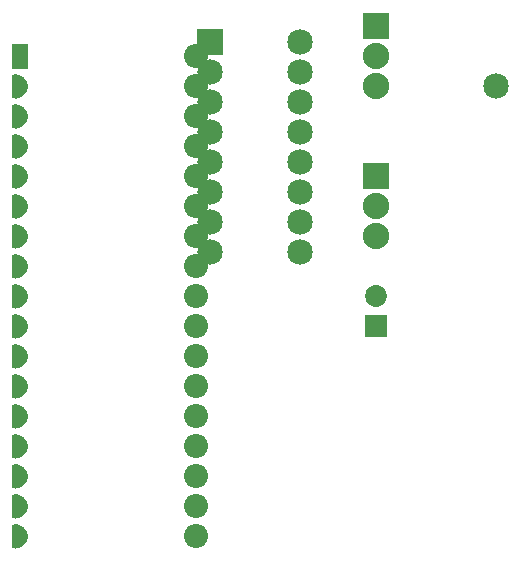
<source format=gbs>
G04 MADE WITH FRITZING*
G04 WWW.FRITZING.ORG*
G04 DOUBLE SIDED*
G04 HOLES PLATED*
G04 CONTOUR ON CENTER OF CONTOUR VECTOR*
%ASAXBY*%
%FSLAX23Y23*%
%MOIN*%
%OFA0B0*%
%SFA1.0B1.0*%
%ADD10C,0.072992*%
%ADD11C,0.085000*%
%ADD12C,0.088000*%
%ADD13C,0.080555*%
%ADD14C,0.080583*%
%ADD15R,0.072992X0.072992*%
%ADD16R,0.088000X0.088000*%
%ADD17R,0.085000X0.085000*%
%ADD18R,0.001000X0.001000*%
%LNMASK0*%
G90*
G70*
G54D10*
X1211Y1179D03*
X1211Y1278D03*
G54D11*
X1611Y1978D03*
G54D12*
X1211Y2178D03*
X1211Y2078D03*
X1211Y1978D03*
X1211Y1678D03*
X1211Y1578D03*
X1211Y1478D03*
G54D13*
X611Y2078D03*
X611Y1978D03*
X611Y1878D03*
X611Y1778D03*
X611Y1678D03*
X611Y1578D03*
X611Y1278D03*
G54D14*
X611Y1178D03*
G54D13*
X611Y1378D03*
X611Y1478D03*
G54D14*
X611Y1078D03*
X611Y978D03*
G54D13*
X611Y878D03*
X611Y778D03*
G54D14*
X611Y678D03*
X611Y578D03*
X611Y478D03*
G54D11*
X657Y2125D03*
X957Y2125D03*
X657Y2025D03*
X957Y2025D03*
X657Y1925D03*
X957Y1925D03*
X657Y1825D03*
X957Y1825D03*
X657Y1725D03*
X957Y1725D03*
X657Y1625D03*
X957Y1625D03*
X657Y1525D03*
X957Y1525D03*
X657Y1425D03*
X957Y1425D03*
G54D15*
X1211Y1179D03*
G54D16*
X1211Y2178D03*
X1211Y1678D03*
G54D17*
X657Y2125D03*
G54D18*
X0Y2118D02*
X50Y2118D01*
X0Y2117D02*
X50Y2117D01*
X0Y2116D02*
X50Y2116D01*
X0Y2115D02*
X50Y2115D01*
X0Y2114D02*
X50Y2114D01*
X0Y2113D02*
X50Y2113D01*
X0Y2112D02*
X50Y2112D01*
X0Y2111D02*
X50Y2111D01*
X0Y2110D02*
X50Y2110D01*
X0Y2109D02*
X50Y2109D01*
X0Y2108D02*
X50Y2108D01*
X0Y2107D02*
X50Y2107D01*
X0Y2106D02*
X50Y2106D01*
X0Y2105D02*
X50Y2105D01*
X0Y2104D02*
X50Y2104D01*
X0Y2103D02*
X50Y2103D01*
X0Y2102D02*
X50Y2102D01*
X0Y2101D02*
X50Y2101D01*
X0Y2100D02*
X50Y2100D01*
X0Y2099D02*
X50Y2099D01*
X0Y2098D02*
X50Y2098D01*
X0Y2097D02*
X50Y2097D01*
X0Y2096D02*
X50Y2096D01*
X0Y2095D02*
X50Y2095D01*
X0Y2094D02*
X50Y2094D01*
X0Y2093D02*
X50Y2093D01*
X0Y2092D02*
X50Y2092D01*
X0Y2091D02*
X50Y2091D01*
X0Y2090D02*
X50Y2090D01*
X0Y2089D02*
X50Y2089D01*
X0Y2088D02*
X50Y2088D01*
X0Y2087D02*
X50Y2087D01*
X0Y2086D02*
X50Y2086D01*
X0Y2085D02*
X50Y2085D01*
X0Y2084D02*
X50Y2084D01*
X0Y2083D02*
X50Y2083D01*
X0Y2082D02*
X50Y2082D01*
X0Y2081D02*
X50Y2081D01*
X0Y2080D02*
X50Y2080D01*
X0Y2079D02*
X50Y2079D01*
X0Y2078D02*
X50Y2078D01*
X0Y2077D02*
X50Y2077D01*
X0Y2076D02*
X50Y2076D01*
X0Y2075D02*
X50Y2075D01*
X0Y2074D02*
X50Y2074D01*
X0Y2073D02*
X50Y2073D01*
X0Y2072D02*
X50Y2072D01*
X0Y2071D02*
X50Y2071D01*
X0Y2070D02*
X50Y2070D01*
X0Y2069D02*
X50Y2069D01*
X0Y2068D02*
X50Y2068D01*
X0Y2067D02*
X50Y2067D01*
X0Y2066D02*
X50Y2066D01*
X0Y2065D02*
X50Y2065D01*
X0Y2064D02*
X50Y2064D01*
X0Y2063D02*
X50Y2063D01*
X0Y2062D02*
X50Y2062D01*
X0Y2061D02*
X50Y2061D01*
X0Y2060D02*
X50Y2060D01*
X0Y2059D02*
X50Y2059D01*
X0Y2058D02*
X50Y2058D01*
X0Y2057D02*
X50Y2057D01*
X0Y2056D02*
X50Y2056D01*
X0Y2055D02*
X50Y2055D01*
X0Y2054D02*
X50Y2054D01*
X0Y2053D02*
X50Y2053D01*
X0Y2052D02*
X50Y2052D01*
X0Y2051D02*
X50Y2051D01*
X0Y2050D02*
X50Y2050D01*
X0Y2049D02*
X50Y2049D01*
X0Y2048D02*
X50Y2048D01*
X0Y2047D02*
X50Y2047D01*
X0Y2046D02*
X50Y2046D01*
X0Y2045D02*
X50Y2045D01*
X0Y2044D02*
X50Y2044D01*
X0Y2043D02*
X50Y2043D01*
X0Y2042D02*
X50Y2042D01*
X0Y2041D02*
X50Y2041D01*
X0Y2040D02*
X50Y2040D01*
X0Y2039D02*
X50Y2039D01*
X0Y2038D02*
X50Y2038D01*
X6Y2018D02*
X15Y2018D01*
X2Y2017D02*
X19Y2017D01*
X0Y2016D02*
X22Y2016D01*
X0Y2015D02*
X25Y2015D01*
X0Y2014D02*
X27Y2014D01*
X0Y2013D02*
X29Y2013D01*
X0Y2012D02*
X30Y2012D01*
X0Y2011D02*
X32Y2011D01*
X0Y2010D02*
X33Y2010D01*
X0Y2009D02*
X34Y2009D01*
X0Y2008D02*
X36Y2008D01*
X0Y2007D02*
X37Y2007D01*
X0Y2006D02*
X38Y2006D01*
X0Y2005D02*
X39Y2005D01*
X0Y2004D02*
X40Y2004D01*
X0Y2003D02*
X41Y2003D01*
X0Y2002D02*
X41Y2002D01*
X0Y2001D02*
X42Y2001D01*
X0Y2000D02*
X43Y2000D01*
X0Y1999D02*
X44Y1999D01*
X0Y1998D02*
X44Y1998D01*
X0Y1997D02*
X45Y1997D01*
X0Y1996D02*
X45Y1996D01*
X0Y1995D02*
X46Y1995D01*
X0Y1994D02*
X46Y1994D01*
X0Y1993D02*
X47Y1993D01*
X0Y1992D02*
X47Y1992D01*
X0Y1991D02*
X48Y1991D01*
X0Y1990D02*
X48Y1990D01*
X0Y1989D02*
X49Y1989D01*
X0Y1988D02*
X49Y1988D01*
X0Y1987D02*
X49Y1987D01*
X0Y1986D02*
X49Y1986D01*
X0Y1985D02*
X50Y1985D01*
X0Y1984D02*
X50Y1984D01*
X0Y1983D02*
X50Y1983D01*
X0Y1982D02*
X50Y1982D01*
X0Y1981D02*
X50Y1981D01*
X0Y1980D02*
X50Y1980D01*
X0Y1979D02*
X50Y1979D01*
X0Y1978D02*
X50Y1978D01*
X0Y1977D02*
X50Y1977D01*
X0Y1976D02*
X50Y1976D01*
X0Y1975D02*
X50Y1975D01*
X0Y1974D02*
X50Y1974D01*
X0Y1973D02*
X50Y1973D01*
X0Y1972D02*
X50Y1972D01*
X0Y1971D02*
X50Y1971D01*
X0Y1970D02*
X49Y1970D01*
X0Y1969D02*
X49Y1969D01*
X0Y1968D02*
X49Y1968D01*
X0Y1967D02*
X48Y1967D01*
X0Y1966D02*
X48Y1966D01*
X0Y1965D02*
X48Y1965D01*
X0Y1964D02*
X47Y1964D01*
X0Y1963D02*
X47Y1963D01*
X0Y1962D02*
X46Y1962D01*
X0Y1961D02*
X46Y1961D01*
X0Y1960D02*
X45Y1960D01*
X0Y1959D02*
X45Y1959D01*
X0Y1958D02*
X44Y1958D01*
X0Y1957D02*
X43Y1957D01*
X0Y1956D02*
X43Y1956D01*
X0Y1955D02*
X42Y1955D01*
X0Y1954D02*
X41Y1954D01*
X0Y1953D02*
X40Y1953D01*
X0Y1952D02*
X39Y1952D01*
X0Y1951D02*
X39Y1951D01*
X0Y1950D02*
X38Y1950D01*
X0Y1949D02*
X36Y1949D01*
X0Y1948D02*
X35Y1948D01*
X0Y1947D02*
X34Y1947D01*
X0Y1946D02*
X33Y1946D01*
X0Y1945D02*
X32Y1945D01*
X0Y1944D02*
X30Y1944D01*
X0Y1943D02*
X28Y1943D01*
X0Y1942D02*
X26Y1942D01*
X0Y1941D02*
X24Y1941D01*
X0Y1940D02*
X22Y1940D01*
X2Y1939D02*
X19Y1939D01*
X8Y1938D02*
X13Y1938D01*
X6Y1918D02*
X15Y1918D01*
X2Y1917D02*
X19Y1917D01*
X0Y1916D02*
X22Y1916D01*
X0Y1915D02*
X25Y1915D01*
X0Y1914D02*
X27Y1914D01*
X0Y1913D02*
X29Y1913D01*
X0Y1912D02*
X30Y1912D01*
X0Y1911D02*
X32Y1911D01*
X0Y1910D02*
X33Y1910D01*
X0Y1909D02*
X34Y1909D01*
X0Y1908D02*
X36Y1908D01*
X0Y1907D02*
X37Y1907D01*
X0Y1906D02*
X38Y1906D01*
X0Y1905D02*
X39Y1905D01*
X0Y1904D02*
X40Y1904D01*
X0Y1903D02*
X41Y1903D01*
X0Y1902D02*
X41Y1902D01*
X0Y1901D02*
X42Y1901D01*
X0Y1900D02*
X43Y1900D01*
X0Y1899D02*
X44Y1899D01*
X0Y1898D02*
X44Y1898D01*
X0Y1897D02*
X45Y1897D01*
X0Y1896D02*
X45Y1896D01*
X0Y1895D02*
X46Y1895D01*
X0Y1894D02*
X46Y1894D01*
X0Y1893D02*
X47Y1893D01*
X0Y1892D02*
X47Y1892D01*
X0Y1891D02*
X48Y1891D01*
X0Y1890D02*
X48Y1890D01*
X0Y1889D02*
X49Y1889D01*
X0Y1888D02*
X49Y1888D01*
X0Y1887D02*
X49Y1887D01*
X0Y1886D02*
X49Y1886D01*
X0Y1885D02*
X50Y1885D01*
X0Y1884D02*
X50Y1884D01*
X0Y1883D02*
X50Y1883D01*
X0Y1882D02*
X50Y1882D01*
X0Y1881D02*
X50Y1881D01*
X0Y1880D02*
X50Y1880D01*
X0Y1879D02*
X50Y1879D01*
X0Y1878D02*
X50Y1878D01*
X0Y1877D02*
X50Y1877D01*
X0Y1876D02*
X50Y1876D01*
X0Y1875D02*
X50Y1875D01*
X0Y1874D02*
X50Y1874D01*
X0Y1873D02*
X50Y1873D01*
X0Y1872D02*
X50Y1872D01*
X0Y1871D02*
X50Y1871D01*
X0Y1870D02*
X49Y1870D01*
X0Y1869D02*
X49Y1869D01*
X0Y1868D02*
X49Y1868D01*
X0Y1867D02*
X48Y1867D01*
X0Y1866D02*
X48Y1866D01*
X0Y1865D02*
X48Y1865D01*
X0Y1864D02*
X47Y1864D01*
X0Y1863D02*
X47Y1863D01*
X0Y1862D02*
X46Y1862D01*
X0Y1861D02*
X46Y1861D01*
X0Y1860D02*
X45Y1860D01*
X0Y1859D02*
X45Y1859D01*
X0Y1858D02*
X44Y1858D01*
X0Y1857D02*
X43Y1857D01*
X0Y1856D02*
X43Y1856D01*
X0Y1855D02*
X42Y1855D01*
X0Y1854D02*
X41Y1854D01*
X0Y1853D02*
X40Y1853D01*
X0Y1852D02*
X39Y1852D01*
X0Y1851D02*
X39Y1851D01*
X0Y1850D02*
X38Y1850D01*
X0Y1849D02*
X36Y1849D01*
X0Y1848D02*
X35Y1848D01*
X0Y1847D02*
X34Y1847D01*
X0Y1846D02*
X33Y1846D01*
X0Y1845D02*
X32Y1845D01*
X0Y1844D02*
X30Y1844D01*
X0Y1843D02*
X28Y1843D01*
X0Y1842D02*
X26Y1842D01*
X0Y1841D02*
X24Y1841D01*
X0Y1840D02*
X22Y1840D01*
X3Y1839D02*
X19Y1839D01*
X8Y1838D02*
X13Y1838D01*
X6Y1818D02*
X15Y1818D01*
X2Y1817D02*
X19Y1817D01*
X0Y1816D02*
X22Y1816D01*
X0Y1815D02*
X25Y1815D01*
X0Y1814D02*
X27Y1814D01*
X0Y1813D02*
X29Y1813D01*
X0Y1812D02*
X30Y1812D01*
X0Y1811D02*
X32Y1811D01*
X0Y1810D02*
X33Y1810D01*
X0Y1809D02*
X34Y1809D01*
X0Y1808D02*
X36Y1808D01*
X0Y1807D02*
X37Y1807D01*
X0Y1806D02*
X38Y1806D01*
X0Y1805D02*
X39Y1805D01*
X0Y1804D02*
X40Y1804D01*
X0Y1803D02*
X41Y1803D01*
X0Y1802D02*
X41Y1802D01*
X0Y1801D02*
X42Y1801D01*
X0Y1800D02*
X43Y1800D01*
X0Y1799D02*
X44Y1799D01*
X0Y1798D02*
X44Y1798D01*
X0Y1797D02*
X45Y1797D01*
X0Y1796D02*
X45Y1796D01*
X0Y1795D02*
X46Y1795D01*
X0Y1794D02*
X46Y1794D01*
X0Y1793D02*
X47Y1793D01*
X0Y1792D02*
X47Y1792D01*
X0Y1791D02*
X48Y1791D01*
X0Y1790D02*
X48Y1790D01*
X0Y1789D02*
X49Y1789D01*
X0Y1788D02*
X49Y1788D01*
X0Y1787D02*
X49Y1787D01*
X0Y1786D02*
X49Y1786D01*
X0Y1785D02*
X50Y1785D01*
X0Y1784D02*
X50Y1784D01*
X0Y1783D02*
X50Y1783D01*
X0Y1782D02*
X50Y1782D01*
X0Y1781D02*
X50Y1781D01*
X0Y1780D02*
X50Y1780D01*
X0Y1779D02*
X50Y1779D01*
X0Y1778D02*
X50Y1778D01*
X0Y1777D02*
X50Y1777D01*
X0Y1776D02*
X50Y1776D01*
X0Y1775D02*
X50Y1775D01*
X0Y1774D02*
X50Y1774D01*
X0Y1773D02*
X50Y1773D01*
X0Y1772D02*
X50Y1772D01*
X0Y1771D02*
X50Y1771D01*
X0Y1770D02*
X49Y1770D01*
X0Y1769D02*
X49Y1769D01*
X0Y1768D02*
X49Y1768D01*
X0Y1767D02*
X48Y1767D01*
X0Y1766D02*
X48Y1766D01*
X0Y1765D02*
X48Y1765D01*
X0Y1764D02*
X47Y1764D01*
X0Y1763D02*
X47Y1763D01*
X0Y1762D02*
X46Y1762D01*
X0Y1761D02*
X46Y1761D01*
X0Y1760D02*
X45Y1760D01*
X0Y1759D02*
X45Y1759D01*
X0Y1758D02*
X44Y1758D01*
X0Y1757D02*
X43Y1757D01*
X0Y1756D02*
X43Y1756D01*
X0Y1755D02*
X42Y1755D01*
X0Y1754D02*
X41Y1754D01*
X0Y1753D02*
X40Y1753D01*
X0Y1752D02*
X39Y1752D01*
X0Y1751D02*
X39Y1751D01*
X0Y1750D02*
X38Y1750D01*
X0Y1749D02*
X36Y1749D01*
X0Y1748D02*
X35Y1748D01*
X0Y1747D02*
X34Y1747D01*
X0Y1746D02*
X33Y1746D01*
X0Y1745D02*
X31Y1745D01*
X0Y1744D02*
X30Y1744D01*
X0Y1743D02*
X28Y1743D01*
X0Y1742D02*
X26Y1742D01*
X0Y1741D02*
X24Y1741D01*
X0Y1740D02*
X22Y1740D01*
X3Y1739D02*
X19Y1739D01*
X8Y1738D02*
X13Y1738D01*
X6Y1718D02*
X15Y1718D01*
X2Y1717D02*
X19Y1717D01*
X0Y1716D02*
X22Y1716D01*
X0Y1715D02*
X25Y1715D01*
X0Y1714D02*
X27Y1714D01*
X0Y1713D02*
X29Y1713D01*
X0Y1712D02*
X30Y1712D01*
X0Y1711D02*
X32Y1711D01*
X0Y1710D02*
X33Y1710D01*
X0Y1709D02*
X34Y1709D01*
X0Y1708D02*
X36Y1708D01*
X0Y1707D02*
X37Y1707D01*
X0Y1706D02*
X38Y1706D01*
X0Y1705D02*
X39Y1705D01*
X0Y1704D02*
X40Y1704D01*
X0Y1703D02*
X41Y1703D01*
X0Y1702D02*
X41Y1702D01*
X0Y1701D02*
X42Y1701D01*
X0Y1700D02*
X43Y1700D01*
X0Y1699D02*
X44Y1699D01*
X0Y1698D02*
X44Y1698D01*
X0Y1697D02*
X45Y1697D01*
X0Y1696D02*
X45Y1696D01*
X0Y1695D02*
X46Y1695D01*
X0Y1694D02*
X46Y1694D01*
X0Y1693D02*
X47Y1693D01*
X0Y1692D02*
X47Y1692D01*
X0Y1691D02*
X48Y1691D01*
X0Y1690D02*
X48Y1690D01*
X0Y1689D02*
X49Y1689D01*
X0Y1688D02*
X49Y1688D01*
X0Y1687D02*
X49Y1687D01*
X0Y1686D02*
X49Y1686D01*
X0Y1685D02*
X50Y1685D01*
X0Y1684D02*
X50Y1684D01*
X0Y1683D02*
X50Y1683D01*
X0Y1682D02*
X50Y1682D01*
X0Y1681D02*
X50Y1681D01*
X0Y1680D02*
X50Y1680D01*
X0Y1679D02*
X50Y1679D01*
X0Y1678D02*
X50Y1678D01*
X0Y1677D02*
X50Y1677D01*
X0Y1676D02*
X50Y1676D01*
X0Y1675D02*
X50Y1675D01*
X0Y1674D02*
X50Y1674D01*
X0Y1673D02*
X50Y1673D01*
X0Y1672D02*
X50Y1672D01*
X0Y1671D02*
X50Y1671D01*
X0Y1670D02*
X49Y1670D01*
X0Y1669D02*
X49Y1669D01*
X0Y1668D02*
X49Y1668D01*
X0Y1667D02*
X48Y1667D01*
X0Y1666D02*
X48Y1666D01*
X0Y1665D02*
X48Y1665D01*
X0Y1664D02*
X47Y1664D01*
X0Y1663D02*
X47Y1663D01*
X0Y1662D02*
X46Y1662D01*
X0Y1661D02*
X46Y1661D01*
X0Y1660D02*
X45Y1660D01*
X0Y1659D02*
X45Y1659D01*
X0Y1658D02*
X44Y1658D01*
X0Y1657D02*
X43Y1657D01*
X0Y1656D02*
X43Y1656D01*
X0Y1655D02*
X42Y1655D01*
X0Y1654D02*
X41Y1654D01*
X0Y1653D02*
X40Y1653D01*
X0Y1652D02*
X39Y1652D01*
X0Y1651D02*
X39Y1651D01*
X0Y1650D02*
X38Y1650D01*
X0Y1649D02*
X36Y1649D01*
X0Y1648D02*
X35Y1648D01*
X0Y1647D02*
X34Y1647D01*
X0Y1646D02*
X33Y1646D01*
X0Y1645D02*
X31Y1645D01*
X0Y1644D02*
X30Y1644D01*
X0Y1643D02*
X28Y1643D01*
X0Y1642D02*
X26Y1642D01*
X0Y1641D02*
X24Y1641D01*
X0Y1640D02*
X22Y1640D01*
X3Y1639D02*
X19Y1639D01*
X9Y1638D02*
X13Y1638D01*
X6Y1618D02*
X15Y1618D01*
X2Y1617D02*
X19Y1617D01*
X0Y1616D02*
X22Y1616D01*
X0Y1615D02*
X25Y1615D01*
X0Y1614D02*
X27Y1614D01*
X0Y1613D02*
X29Y1613D01*
X0Y1612D02*
X30Y1612D01*
X0Y1611D02*
X32Y1611D01*
X0Y1610D02*
X33Y1610D01*
X0Y1609D02*
X34Y1609D01*
X0Y1608D02*
X36Y1608D01*
X0Y1607D02*
X37Y1607D01*
X0Y1606D02*
X38Y1606D01*
X0Y1605D02*
X39Y1605D01*
X0Y1604D02*
X40Y1604D01*
X0Y1603D02*
X41Y1603D01*
X0Y1602D02*
X41Y1602D01*
X0Y1601D02*
X42Y1601D01*
X0Y1600D02*
X43Y1600D01*
X0Y1599D02*
X44Y1599D01*
X0Y1598D02*
X44Y1598D01*
X0Y1597D02*
X45Y1597D01*
X0Y1596D02*
X45Y1596D01*
X0Y1595D02*
X46Y1595D01*
X0Y1594D02*
X46Y1594D01*
X0Y1593D02*
X47Y1593D01*
X0Y1592D02*
X47Y1592D01*
X0Y1591D02*
X48Y1591D01*
X0Y1590D02*
X48Y1590D01*
X0Y1589D02*
X49Y1589D01*
X0Y1588D02*
X49Y1588D01*
X0Y1587D02*
X49Y1587D01*
X0Y1586D02*
X49Y1586D01*
X0Y1585D02*
X50Y1585D01*
X0Y1584D02*
X50Y1584D01*
X0Y1583D02*
X50Y1583D01*
X0Y1582D02*
X50Y1582D01*
X0Y1581D02*
X50Y1581D01*
X0Y1580D02*
X50Y1580D01*
X0Y1579D02*
X50Y1579D01*
X0Y1578D02*
X50Y1578D01*
X0Y1577D02*
X50Y1577D01*
X0Y1576D02*
X50Y1576D01*
X0Y1575D02*
X50Y1575D01*
X0Y1574D02*
X50Y1574D01*
X0Y1573D02*
X50Y1573D01*
X0Y1572D02*
X50Y1572D01*
X0Y1571D02*
X50Y1571D01*
X0Y1570D02*
X49Y1570D01*
X0Y1569D02*
X49Y1569D01*
X0Y1568D02*
X49Y1568D01*
X0Y1567D02*
X48Y1567D01*
X0Y1566D02*
X48Y1566D01*
X0Y1565D02*
X48Y1565D01*
X0Y1564D02*
X47Y1564D01*
X0Y1563D02*
X47Y1563D01*
X0Y1562D02*
X46Y1562D01*
X0Y1561D02*
X46Y1561D01*
X0Y1560D02*
X45Y1560D01*
X0Y1559D02*
X45Y1559D01*
X0Y1558D02*
X44Y1558D01*
X0Y1557D02*
X43Y1557D01*
X0Y1556D02*
X43Y1556D01*
X0Y1555D02*
X42Y1555D01*
X0Y1554D02*
X41Y1554D01*
X0Y1553D02*
X40Y1553D01*
X0Y1552D02*
X39Y1552D01*
X0Y1551D02*
X38Y1551D01*
X0Y1550D02*
X38Y1550D01*
X0Y1549D02*
X36Y1549D01*
X0Y1548D02*
X35Y1548D01*
X0Y1547D02*
X34Y1547D01*
X0Y1546D02*
X33Y1546D01*
X0Y1545D02*
X31Y1545D01*
X0Y1544D02*
X30Y1544D01*
X0Y1543D02*
X28Y1543D01*
X0Y1542D02*
X26Y1542D01*
X0Y1541D02*
X24Y1541D01*
X0Y1540D02*
X22Y1540D01*
X3Y1539D02*
X19Y1539D01*
X9Y1538D02*
X13Y1538D01*
X6Y1518D02*
X15Y1518D01*
X2Y1517D02*
X19Y1517D01*
X0Y1516D02*
X22Y1516D01*
X0Y1515D02*
X25Y1515D01*
X0Y1514D02*
X27Y1514D01*
X0Y1513D02*
X29Y1513D01*
X0Y1512D02*
X30Y1512D01*
X0Y1511D02*
X32Y1511D01*
X0Y1510D02*
X33Y1510D01*
X0Y1509D02*
X34Y1509D01*
X0Y1508D02*
X36Y1508D01*
X0Y1507D02*
X37Y1507D01*
X0Y1506D02*
X38Y1506D01*
X0Y1505D02*
X39Y1505D01*
X0Y1504D02*
X40Y1504D01*
X0Y1503D02*
X41Y1503D01*
X0Y1502D02*
X41Y1502D01*
X0Y1501D02*
X42Y1501D01*
X0Y1500D02*
X43Y1500D01*
X0Y1499D02*
X44Y1499D01*
X0Y1498D02*
X44Y1498D01*
X0Y1497D02*
X45Y1497D01*
X0Y1496D02*
X45Y1496D01*
X0Y1495D02*
X46Y1495D01*
X0Y1494D02*
X46Y1494D01*
X0Y1493D02*
X47Y1493D01*
X0Y1492D02*
X47Y1492D01*
X0Y1491D02*
X48Y1491D01*
X0Y1490D02*
X48Y1490D01*
X0Y1489D02*
X49Y1489D01*
X0Y1488D02*
X49Y1488D01*
X0Y1487D02*
X49Y1487D01*
X0Y1486D02*
X49Y1486D01*
X0Y1485D02*
X50Y1485D01*
X0Y1484D02*
X50Y1484D01*
X0Y1483D02*
X50Y1483D01*
X0Y1482D02*
X50Y1482D01*
X0Y1481D02*
X50Y1481D01*
X0Y1480D02*
X50Y1480D01*
X0Y1479D02*
X50Y1479D01*
X0Y1478D02*
X50Y1478D01*
X0Y1477D02*
X50Y1477D01*
X0Y1476D02*
X50Y1476D01*
X0Y1475D02*
X50Y1475D01*
X0Y1474D02*
X50Y1474D01*
X0Y1473D02*
X50Y1473D01*
X0Y1472D02*
X50Y1472D01*
X0Y1471D02*
X50Y1471D01*
X0Y1470D02*
X49Y1470D01*
X0Y1469D02*
X49Y1469D01*
X0Y1468D02*
X49Y1468D01*
X0Y1467D02*
X48Y1467D01*
X0Y1466D02*
X48Y1466D01*
X0Y1465D02*
X48Y1465D01*
X0Y1464D02*
X47Y1464D01*
X0Y1463D02*
X47Y1463D01*
X0Y1462D02*
X46Y1462D01*
X0Y1461D02*
X46Y1461D01*
X0Y1460D02*
X45Y1460D01*
X0Y1459D02*
X45Y1459D01*
X0Y1458D02*
X44Y1458D01*
X0Y1457D02*
X43Y1457D01*
X0Y1456D02*
X43Y1456D01*
X0Y1455D02*
X42Y1455D01*
X0Y1454D02*
X41Y1454D01*
X0Y1453D02*
X40Y1453D01*
X0Y1452D02*
X39Y1452D01*
X0Y1451D02*
X38Y1451D01*
X0Y1450D02*
X38Y1450D01*
X0Y1449D02*
X36Y1449D01*
X0Y1448D02*
X35Y1448D01*
X0Y1447D02*
X34Y1447D01*
X0Y1446D02*
X33Y1446D01*
X0Y1445D02*
X31Y1445D01*
X0Y1444D02*
X30Y1444D01*
X0Y1443D02*
X28Y1443D01*
X0Y1442D02*
X26Y1442D01*
X0Y1441D02*
X24Y1441D01*
X0Y1440D02*
X22Y1440D01*
X3Y1439D02*
X19Y1439D01*
X9Y1438D02*
X12Y1438D01*
X6Y1418D02*
X15Y1418D01*
X2Y1417D02*
X20Y1417D01*
X0Y1416D02*
X23Y1416D01*
X0Y1415D02*
X25Y1415D01*
X0Y1414D02*
X27Y1414D01*
X0Y1413D02*
X29Y1413D01*
X0Y1412D02*
X30Y1412D01*
X0Y1411D02*
X32Y1411D01*
X0Y1410D02*
X33Y1410D01*
X0Y1409D02*
X34Y1409D01*
X0Y1408D02*
X36Y1408D01*
X0Y1407D02*
X37Y1407D01*
X0Y1406D02*
X38Y1406D01*
X0Y1405D02*
X39Y1405D01*
X0Y1404D02*
X40Y1404D01*
X0Y1403D02*
X41Y1403D01*
X0Y1402D02*
X41Y1402D01*
X0Y1401D02*
X42Y1401D01*
X0Y1400D02*
X43Y1400D01*
X0Y1399D02*
X44Y1399D01*
X0Y1398D02*
X44Y1398D01*
X0Y1397D02*
X45Y1397D01*
X0Y1396D02*
X45Y1396D01*
X0Y1395D02*
X46Y1395D01*
X0Y1394D02*
X46Y1394D01*
X0Y1393D02*
X47Y1393D01*
X0Y1392D02*
X47Y1392D01*
X0Y1391D02*
X48Y1391D01*
X0Y1390D02*
X48Y1390D01*
X0Y1389D02*
X49Y1389D01*
X0Y1388D02*
X49Y1388D01*
X0Y1387D02*
X49Y1387D01*
X0Y1386D02*
X49Y1386D01*
X0Y1385D02*
X50Y1385D01*
X0Y1384D02*
X50Y1384D01*
X0Y1383D02*
X50Y1383D01*
X0Y1382D02*
X50Y1382D01*
X0Y1381D02*
X50Y1381D01*
X0Y1380D02*
X50Y1380D01*
X0Y1379D02*
X50Y1379D01*
X0Y1378D02*
X50Y1378D01*
X0Y1377D02*
X50Y1377D01*
X0Y1376D02*
X50Y1376D01*
X0Y1375D02*
X50Y1375D01*
X0Y1374D02*
X50Y1374D01*
X0Y1373D02*
X50Y1373D01*
X0Y1372D02*
X50Y1372D01*
X0Y1371D02*
X50Y1371D01*
X0Y1370D02*
X49Y1370D01*
X0Y1369D02*
X49Y1369D01*
X0Y1368D02*
X49Y1368D01*
X0Y1367D02*
X48Y1367D01*
X0Y1366D02*
X48Y1366D01*
X0Y1365D02*
X48Y1365D01*
X0Y1364D02*
X47Y1364D01*
X0Y1363D02*
X47Y1363D01*
X0Y1362D02*
X46Y1362D01*
X0Y1361D02*
X46Y1361D01*
X0Y1360D02*
X45Y1360D01*
X0Y1359D02*
X45Y1359D01*
X0Y1358D02*
X44Y1358D01*
X0Y1357D02*
X43Y1357D01*
X0Y1356D02*
X43Y1356D01*
X0Y1355D02*
X42Y1355D01*
X0Y1354D02*
X41Y1354D01*
X0Y1353D02*
X40Y1353D01*
X0Y1352D02*
X39Y1352D01*
X0Y1351D02*
X38Y1351D01*
X0Y1350D02*
X37Y1350D01*
X0Y1349D02*
X36Y1349D01*
X0Y1348D02*
X35Y1348D01*
X0Y1347D02*
X34Y1347D01*
X0Y1346D02*
X33Y1346D01*
X0Y1345D02*
X31Y1345D01*
X0Y1344D02*
X30Y1344D01*
X0Y1343D02*
X28Y1343D01*
X0Y1342D02*
X26Y1342D01*
X0Y1341D02*
X24Y1341D01*
X0Y1340D02*
X22Y1340D01*
X3Y1339D02*
X18Y1339D01*
X9Y1338D02*
X12Y1338D01*
X6Y1318D02*
X15Y1318D01*
X2Y1317D02*
X20Y1317D01*
X0Y1316D02*
X23Y1316D01*
X0Y1315D02*
X25Y1315D01*
X0Y1314D02*
X27Y1314D01*
X0Y1313D02*
X29Y1313D01*
X0Y1312D02*
X30Y1312D01*
X0Y1311D02*
X32Y1311D01*
X0Y1310D02*
X33Y1310D01*
X0Y1309D02*
X34Y1309D01*
X0Y1308D02*
X36Y1308D01*
X0Y1307D02*
X37Y1307D01*
X0Y1306D02*
X38Y1306D01*
X0Y1305D02*
X39Y1305D01*
X0Y1304D02*
X40Y1304D01*
X0Y1303D02*
X41Y1303D01*
X0Y1302D02*
X41Y1302D01*
X0Y1301D02*
X42Y1301D01*
X0Y1300D02*
X43Y1300D01*
X0Y1299D02*
X44Y1299D01*
X0Y1298D02*
X44Y1298D01*
X0Y1297D02*
X45Y1297D01*
X0Y1296D02*
X45Y1296D01*
X0Y1295D02*
X46Y1295D01*
X0Y1294D02*
X46Y1294D01*
X0Y1293D02*
X47Y1293D01*
X0Y1292D02*
X47Y1292D01*
X0Y1291D02*
X48Y1291D01*
X0Y1290D02*
X48Y1290D01*
X0Y1289D02*
X49Y1289D01*
X0Y1288D02*
X49Y1288D01*
X0Y1287D02*
X49Y1287D01*
X0Y1286D02*
X49Y1286D01*
X0Y1285D02*
X50Y1285D01*
X0Y1284D02*
X50Y1284D01*
X0Y1283D02*
X50Y1283D01*
X0Y1282D02*
X50Y1282D01*
X0Y1281D02*
X50Y1281D01*
X0Y1280D02*
X50Y1280D01*
X0Y1279D02*
X50Y1279D01*
X0Y1278D02*
X50Y1278D01*
X0Y1277D02*
X50Y1277D01*
X0Y1276D02*
X50Y1276D01*
X0Y1275D02*
X50Y1275D01*
X0Y1274D02*
X50Y1274D01*
X0Y1273D02*
X50Y1273D01*
X0Y1272D02*
X50Y1272D01*
X0Y1271D02*
X50Y1271D01*
X0Y1270D02*
X49Y1270D01*
X0Y1269D02*
X49Y1269D01*
X0Y1268D02*
X49Y1268D01*
X0Y1267D02*
X48Y1267D01*
X0Y1266D02*
X48Y1266D01*
X0Y1265D02*
X48Y1265D01*
X0Y1264D02*
X47Y1264D01*
X0Y1263D02*
X47Y1263D01*
X0Y1262D02*
X46Y1262D01*
X0Y1261D02*
X46Y1261D01*
X0Y1260D02*
X45Y1260D01*
X0Y1259D02*
X45Y1259D01*
X0Y1258D02*
X44Y1258D01*
X0Y1257D02*
X43Y1257D01*
X0Y1256D02*
X43Y1256D01*
X0Y1255D02*
X42Y1255D01*
X0Y1254D02*
X41Y1254D01*
X0Y1253D02*
X40Y1253D01*
X0Y1252D02*
X39Y1252D01*
X0Y1251D02*
X38Y1251D01*
X0Y1250D02*
X37Y1250D01*
X0Y1249D02*
X36Y1249D01*
X0Y1248D02*
X35Y1248D01*
X0Y1247D02*
X34Y1247D01*
X0Y1246D02*
X33Y1246D01*
X0Y1245D02*
X31Y1245D01*
X0Y1244D02*
X30Y1244D01*
X0Y1243D02*
X28Y1243D01*
X0Y1242D02*
X26Y1242D01*
X0Y1241D02*
X24Y1241D01*
X0Y1240D02*
X22Y1240D01*
X3Y1239D02*
X18Y1239D01*
X9Y1238D02*
X12Y1238D01*
X6Y1218D02*
X15Y1218D01*
X2Y1217D02*
X20Y1217D01*
X0Y1216D02*
X23Y1216D01*
X0Y1215D02*
X25Y1215D01*
X0Y1214D02*
X27Y1214D01*
X0Y1213D02*
X29Y1213D01*
X0Y1212D02*
X30Y1212D01*
X0Y1211D02*
X32Y1211D01*
X0Y1210D02*
X33Y1210D01*
X0Y1209D02*
X35Y1209D01*
X0Y1208D02*
X36Y1208D01*
X0Y1207D02*
X37Y1207D01*
X0Y1206D02*
X38Y1206D01*
X0Y1205D02*
X39Y1205D01*
X0Y1204D02*
X40Y1204D01*
X0Y1203D02*
X41Y1203D01*
X0Y1202D02*
X41Y1202D01*
X0Y1201D02*
X42Y1201D01*
X0Y1200D02*
X43Y1200D01*
X0Y1199D02*
X44Y1199D01*
X0Y1198D02*
X44Y1198D01*
X0Y1197D02*
X45Y1197D01*
X0Y1196D02*
X45Y1196D01*
X0Y1195D02*
X46Y1195D01*
X0Y1194D02*
X46Y1194D01*
X0Y1193D02*
X47Y1193D01*
X0Y1192D02*
X47Y1192D01*
X0Y1191D02*
X48Y1191D01*
X0Y1190D02*
X48Y1190D01*
X0Y1189D02*
X49Y1189D01*
X0Y1188D02*
X49Y1188D01*
X0Y1187D02*
X49Y1187D01*
X0Y1186D02*
X49Y1186D01*
X0Y1185D02*
X50Y1185D01*
X0Y1184D02*
X50Y1184D01*
X0Y1183D02*
X50Y1183D01*
X0Y1182D02*
X50Y1182D01*
X0Y1181D02*
X50Y1181D01*
X0Y1180D02*
X50Y1180D01*
X0Y1179D02*
X50Y1179D01*
X0Y1178D02*
X50Y1178D01*
X0Y1177D02*
X50Y1177D01*
X0Y1176D02*
X50Y1176D01*
X0Y1175D02*
X50Y1175D01*
X0Y1174D02*
X50Y1174D01*
X0Y1173D02*
X50Y1173D01*
X0Y1172D02*
X50Y1172D01*
X0Y1171D02*
X50Y1171D01*
X0Y1170D02*
X49Y1170D01*
X0Y1169D02*
X49Y1169D01*
X0Y1168D02*
X49Y1168D01*
X0Y1167D02*
X48Y1167D01*
X0Y1166D02*
X48Y1166D01*
X0Y1165D02*
X48Y1165D01*
X0Y1164D02*
X47Y1164D01*
X0Y1163D02*
X47Y1163D01*
X0Y1162D02*
X46Y1162D01*
X0Y1161D02*
X46Y1161D01*
X0Y1160D02*
X45Y1160D01*
X0Y1159D02*
X45Y1159D01*
X0Y1158D02*
X44Y1158D01*
X0Y1157D02*
X43Y1157D01*
X0Y1156D02*
X43Y1156D01*
X0Y1155D02*
X42Y1155D01*
X0Y1154D02*
X41Y1154D01*
X0Y1153D02*
X40Y1153D01*
X0Y1152D02*
X39Y1152D01*
X0Y1151D02*
X38Y1151D01*
X0Y1150D02*
X37Y1150D01*
X0Y1149D02*
X36Y1149D01*
X0Y1148D02*
X35Y1148D01*
X0Y1147D02*
X34Y1147D01*
X0Y1146D02*
X33Y1146D01*
X0Y1145D02*
X31Y1145D01*
X0Y1144D02*
X30Y1144D01*
X0Y1143D02*
X28Y1143D01*
X0Y1142D02*
X26Y1142D01*
X0Y1141D02*
X24Y1141D01*
X0Y1140D02*
X22Y1140D01*
X3Y1139D02*
X18Y1139D01*
X9Y1138D02*
X12Y1138D01*
X6Y1118D02*
X15Y1118D01*
X2Y1117D02*
X20Y1117D01*
X0Y1116D02*
X23Y1116D01*
X0Y1115D02*
X25Y1115D01*
X0Y1114D02*
X27Y1114D01*
X0Y1113D02*
X29Y1113D01*
X0Y1112D02*
X30Y1112D01*
X0Y1111D02*
X32Y1111D01*
X0Y1110D02*
X33Y1110D01*
X0Y1109D02*
X35Y1109D01*
X0Y1108D02*
X36Y1108D01*
X0Y1107D02*
X37Y1107D01*
X0Y1106D02*
X38Y1106D01*
X0Y1105D02*
X39Y1105D01*
X0Y1104D02*
X40Y1104D01*
X0Y1103D02*
X41Y1103D01*
X0Y1102D02*
X41Y1102D01*
X0Y1101D02*
X42Y1101D01*
X0Y1100D02*
X43Y1100D01*
X0Y1099D02*
X44Y1099D01*
X0Y1098D02*
X44Y1098D01*
X0Y1097D02*
X45Y1097D01*
X0Y1096D02*
X45Y1096D01*
X0Y1095D02*
X46Y1095D01*
X0Y1094D02*
X46Y1094D01*
X0Y1093D02*
X47Y1093D01*
X0Y1092D02*
X47Y1092D01*
X0Y1091D02*
X48Y1091D01*
X0Y1090D02*
X48Y1090D01*
X0Y1089D02*
X49Y1089D01*
X0Y1088D02*
X49Y1088D01*
X0Y1087D02*
X49Y1087D01*
X0Y1086D02*
X49Y1086D01*
X0Y1085D02*
X50Y1085D01*
X0Y1084D02*
X50Y1084D01*
X0Y1083D02*
X50Y1083D01*
X0Y1082D02*
X50Y1082D01*
X0Y1081D02*
X50Y1081D01*
X0Y1080D02*
X50Y1080D01*
X0Y1079D02*
X50Y1079D01*
X0Y1078D02*
X50Y1078D01*
X0Y1077D02*
X50Y1077D01*
X0Y1076D02*
X50Y1076D01*
X0Y1075D02*
X50Y1075D01*
X0Y1074D02*
X50Y1074D01*
X0Y1073D02*
X50Y1073D01*
X0Y1072D02*
X50Y1072D01*
X0Y1071D02*
X50Y1071D01*
X0Y1070D02*
X49Y1070D01*
X0Y1069D02*
X49Y1069D01*
X0Y1068D02*
X49Y1068D01*
X0Y1067D02*
X48Y1067D01*
X0Y1066D02*
X48Y1066D01*
X0Y1065D02*
X48Y1065D01*
X0Y1064D02*
X47Y1064D01*
X0Y1063D02*
X47Y1063D01*
X0Y1062D02*
X46Y1062D01*
X0Y1061D02*
X46Y1061D01*
X0Y1060D02*
X45Y1060D01*
X0Y1059D02*
X45Y1059D01*
X0Y1058D02*
X44Y1058D01*
X0Y1057D02*
X43Y1057D01*
X0Y1056D02*
X43Y1056D01*
X0Y1055D02*
X42Y1055D01*
X0Y1054D02*
X41Y1054D01*
X0Y1053D02*
X40Y1053D01*
X0Y1052D02*
X39Y1052D01*
X0Y1051D02*
X38Y1051D01*
X0Y1050D02*
X37Y1050D01*
X0Y1049D02*
X36Y1049D01*
X0Y1048D02*
X35Y1048D01*
X0Y1047D02*
X34Y1047D01*
X0Y1046D02*
X33Y1046D01*
X0Y1045D02*
X31Y1045D01*
X0Y1044D02*
X30Y1044D01*
X0Y1043D02*
X28Y1043D01*
X0Y1042D02*
X26Y1042D01*
X0Y1041D02*
X24Y1041D01*
X0Y1040D02*
X22Y1040D01*
X3Y1039D02*
X18Y1039D01*
X9Y1038D02*
X12Y1038D01*
X6Y1018D02*
X15Y1018D01*
X2Y1017D02*
X20Y1017D01*
X0Y1016D02*
X23Y1016D01*
X0Y1015D02*
X25Y1015D01*
X0Y1014D02*
X27Y1014D01*
X0Y1013D02*
X29Y1013D01*
X0Y1012D02*
X30Y1012D01*
X0Y1011D02*
X32Y1011D01*
X0Y1010D02*
X33Y1010D01*
X0Y1009D02*
X35Y1009D01*
X0Y1008D02*
X36Y1008D01*
X0Y1007D02*
X37Y1007D01*
X0Y1006D02*
X38Y1006D01*
X0Y1005D02*
X39Y1005D01*
X0Y1004D02*
X40Y1004D01*
X0Y1003D02*
X41Y1003D01*
X0Y1002D02*
X41Y1002D01*
X0Y1001D02*
X42Y1001D01*
X0Y1000D02*
X43Y1000D01*
X0Y999D02*
X44Y999D01*
X0Y998D02*
X44Y998D01*
X0Y997D02*
X45Y997D01*
X0Y996D02*
X45Y996D01*
X0Y995D02*
X46Y995D01*
X0Y994D02*
X46Y994D01*
X0Y993D02*
X47Y993D01*
X0Y992D02*
X47Y992D01*
X0Y991D02*
X48Y991D01*
X0Y990D02*
X48Y990D01*
X0Y989D02*
X49Y989D01*
X0Y988D02*
X49Y988D01*
X0Y987D02*
X49Y987D01*
X0Y986D02*
X49Y986D01*
X0Y985D02*
X50Y985D01*
X0Y984D02*
X50Y984D01*
X0Y983D02*
X50Y983D01*
X0Y982D02*
X50Y982D01*
X0Y981D02*
X50Y981D01*
X0Y980D02*
X50Y980D01*
X0Y979D02*
X50Y979D01*
X0Y978D02*
X50Y978D01*
X0Y977D02*
X50Y977D01*
X0Y976D02*
X50Y976D01*
X0Y975D02*
X50Y975D01*
X0Y974D02*
X50Y974D01*
X0Y973D02*
X50Y973D01*
X0Y972D02*
X50Y972D01*
X0Y971D02*
X50Y971D01*
X0Y970D02*
X49Y970D01*
X0Y969D02*
X49Y969D01*
X0Y968D02*
X49Y968D01*
X0Y967D02*
X48Y967D01*
X0Y966D02*
X48Y966D01*
X0Y965D02*
X48Y965D01*
X0Y964D02*
X47Y964D01*
X0Y963D02*
X47Y963D01*
X0Y962D02*
X46Y962D01*
X0Y961D02*
X46Y961D01*
X0Y960D02*
X45Y960D01*
X0Y959D02*
X45Y959D01*
X0Y958D02*
X44Y958D01*
X0Y957D02*
X43Y957D01*
X0Y956D02*
X43Y956D01*
X0Y955D02*
X42Y955D01*
X0Y954D02*
X41Y954D01*
X0Y953D02*
X40Y953D01*
X0Y952D02*
X39Y952D01*
X0Y951D02*
X38Y951D01*
X0Y950D02*
X37Y950D01*
X0Y949D02*
X36Y949D01*
X0Y948D02*
X35Y948D01*
X0Y947D02*
X34Y947D01*
X0Y946D02*
X33Y946D01*
X0Y945D02*
X31Y945D01*
X0Y944D02*
X30Y944D01*
X0Y943D02*
X28Y943D01*
X0Y942D02*
X26Y942D01*
X0Y941D02*
X24Y941D01*
X0Y940D02*
X22Y940D01*
X3Y939D02*
X18Y939D01*
X9Y938D02*
X12Y938D01*
X6Y918D02*
X15Y918D01*
X2Y917D02*
X20Y917D01*
X0Y916D02*
X23Y916D01*
X0Y915D02*
X25Y915D01*
X0Y914D02*
X27Y914D01*
X0Y913D02*
X29Y913D01*
X0Y912D02*
X30Y912D01*
X0Y911D02*
X32Y911D01*
X0Y910D02*
X33Y910D01*
X0Y909D02*
X35Y909D01*
X0Y908D02*
X36Y908D01*
X0Y907D02*
X37Y907D01*
X0Y906D02*
X38Y906D01*
X0Y905D02*
X39Y905D01*
X0Y904D02*
X40Y904D01*
X0Y903D02*
X41Y903D01*
X0Y902D02*
X41Y902D01*
X0Y901D02*
X42Y901D01*
X0Y900D02*
X43Y900D01*
X0Y899D02*
X44Y899D01*
X0Y898D02*
X44Y898D01*
X0Y897D02*
X45Y897D01*
X0Y896D02*
X45Y896D01*
X0Y895D02*
X46Y895D01*
X0Y894D02*
X46Y894D01*
X0Y893D02*
X47Y893D01*
X0Y892D02*
X47Y892D01*
X0Y891D02*
X48Y891D01*
X0Y890D02*
X48Y890D01*
X0Y889D02*
X49Y889D01*
X0Y888D02*
X49Y888D01*
X0Y887D02*
X49Y887D01*
X0Y886D02*
X49Y886D01*
X0Y885D02*
X50Y885D01*
X0Y884D02*
X50Y884D01*
X0Y883D02*
X50Y883D01*
X0Y882D02*
X50Y882D01*
X0Y881D02*
X50Y881D01*
X0Y880D02*
X50Y880D01*
X0Y879D02*
X50Y879D01*
X0Y878D02*
X50Y878D01*
X0Y877D02*
X50Y877D01*
X0Y876D02*
X50Y876D01*
X0Y875D02*
X50Y875D01*
X0Y874D02*
X50Y874D01*
X0Y873D02*
X50Y873D01*
X0Y872D02*
X50Y872D01*
X0Y871D02*
X50Y871D01*
X0Y870D02*
X49Y870D01*
X0Y869D02*
X49Y869D01*
X0Y868D02*
X49Y868D01*
X0Y867D02*
X48Y867D01*
X0Y866D02*
X48Y866D01*
X0Y865D02*
X48Y865D01*
X0Y864D02*
X47Y864D01*
X0Y863D02*
X47Y863D01*
X0Y862D02*
X46Y862D01*
X0Y861D02*
X46Y861D01*
X0Y860D02*
X45Y860D01*
X0Y859D02*
X45Y859D01*
X0Y858D02*
X44Y858D01*
X0Y857D02*
X43Y857D01*
X0Y856D02*
X43Y856D01*
X0Y855D02*
X42Y855D01*
X0Y854D02*
X41Y854D01*
X0Y853D02*
X40Y853D01*
X0Y852D02*
X39Y852D01*
X0Y851D02*
X38Y851D01*
X0Y850D02*
X37Y850D01*
X0Y849D02*
X36Y849D01*
X0Y848D02*
X35Y848D01*
X0Y847D02*
X34Y847D01*
X0Y846D02*
X33Y846D01*
X0Y845D02*
X31Y845D01*
X0Y844D02*
X30Y844D01*
X0Y843D02*
X28Y843D01*
X0Y842D02*
X26Y842D01*
X0Y841D02*
X24Y841D01*
X0Y840D02*
X22Y840D01*
X3Y839D02*
X18Y839D01*
X10Y838D02*
X11Y838D01*
X6Y818D02*
X15Y818D01*
X1Y817D02*
X20Y817D01*
X0Y816D02*
X23Y816D01*
X0Y815D02*
X25Y815D01*
X0Y814D02*
X27Y814D01*
X0Y813D02*
X29Y813D01*
X0Y812D02*
X30Y812D01*
X0Y811D02*
X32Y811D01*
X0Y810D02*
X33Y810D01*
X0Y809D02*
X35Y809D01*
X0Y808D02*
X36Y808D01*
X0Y807D02*
X37Y807D01*
X0Y806D02*
X38Y806D01*
X0Y805D02*
X39Y805D01*
X0Y804D02*
X40Y804D01*
X0Y803D02*
X41Y803D01*
X0Y802D02*
X41Y802D01*
X0Y801D02*
X42Y801D01*
X0Y800D02*
X43Y800D01*
X0Y799D02*
X44Y799D01*
X0Y798D02*
X44Y798D01*
X0Y797D02*
X45Y797D01*
X0Y796D02*
X45Y796D01*
X0Y795D02*
X46Y795D01*
X0Y794D02*
X46Y794D01*
X0Y793D02*
X47Y793D01*
X0Y792D02*
X47Y792D01*
X0Y791D02*
X48Y791D01*
X0Y790D02*
X48Y790D01*
X0Y789D02*
X49Y789D01*
X0Y788D02*
X49Y788D01*
X0Y787D02*
X49Y787D01*
X0Y786D02*
X49Y786D01*
X0Y785D02*
X50Y785D01*
X0Y784D02*
X50Y784D01*
X0Y783D02*
X50Y783D01*
X0Y782D02*
X50Y782D01*
X0Y781D02*
X50Y781D01*
X0Y780D02*
X50Y780D01*
X0Y779D02*
X50Y779D01*
X0Y778D02*
X50Y778D01*
X0Y777D02*
X50Y777D01*
X0Y776D02*
X50Y776D01*
X0Y775D02*
X50Y775D01*
X0Y774D02*
X50Y774D01*
X0Y773D02*
X50Y773D01*
X0Y772D02*
X50Y772D01*
X0Y771D02*
X50Y771D01*
X0Y770D02*
X49Y770D01*
X0Y769D02*
X49Y769D01*
X0Y768D02*
X49Y768D01*
X0Y767D02*
X48Y767D01*
X0Y766D02*
X48Y766D01*
X0Y765D02*
X48Y765D01*
X0Y764D02*
X47Y764D01*
X0Y763D02*
X47Y763D01*
X0Y762D02*
X46Y762D01*
X0Y761D02*
X46Y761D01*
X0Y760D02*
X45Y760D01*
X0Y759D02*
X45Y759D01*
X0Y758D02*
X44Y758D01*
X0Y757D02*
X43Y757D01*
X0Y756D02*
X43Y756D01*
X0Y755D02*
X42Y755D01*
X0Y754D02*
X41Y754D01*
X0Y753D02*
X40Y753D01*
X0Y752D02*
X39Y752D01*
X0Y751D02*
X38Y751D01*
X0Y750D02*
X37Y750D01*
X0Y749D02*
X36Y749D01*
X0Y748D02*
X35Y748D01*
X0Y747D02*
X34Y747D01*
X0Y746D02*
X33Y746D01*
X0Y745D02*
X31Y745D01*
X0Y744D02*
X30Y744D01*
X0Y743D02*
X28Y743D01*
X0Y742D02*
X26Y742D01*
X0Y741D02*
X24Y741D01*
X0Y740D02*
X22Y740D01*
X3Y739D02*
X18Y739D01*
X10Y738D02*
X11Y738D01*
X6Y718D02*
X16Y718D01*
X1Y717D02*
X20Y717D01*
X0Y716D02*
X23Y716D01*
X0Y715D02*
X25Y715D01*
X0Y714D02*
X27Y714D01*
X0Y713D02*
X29Y713D01*
X0Y712D02*
X30Y712D01*
X0Y711D02*
X32Y711D01*
X0Y710D02*
X33Y710D01*
X0Y709D02*
X35Y709D01*
X0Y708D02*
X36Y708D01*
X0Y707D02*
X37Y707D01*
X0Y706D02*
X38Y706D01*
X0Y705D02*
X39Y705D01*
X0Y704D02*
X40Y704D01*
X0Y703D02*
X41Y703D01*
X0Y702D02*
X41Y702D01*
X0Y701D02*
X42Y701D01*
X0Y700D02*
X43Y700D01*
X0Y699D02*
X44Y699D01*
X0Y698D02*
X44Y698D01*
X0Y697D02*
X45Y697D01*
X0Y696D02*
X45Y696D01*
X0Y695D02*
X46Y695D01*
X0Y694D02*
X47Y694D01*
X0Y693D02*
X47Y693D01*
X0Y692D02*
X47Y692D01*
X0Y691D02*
X48Y691D01*
X0Y690D02*
X48Y690D01*
X0Y689D02*
X49Y689D01*
X0Y688D02*
X49Y688D01*
X0Y687D02*
X49Y687D01*
X0Y686D02*
X49Y686D01*
X0Y685D02*
X50Y685D01*
X0Y684D02*
X50Y684D01*
X0Y683D02*
X50Y683D01*
X0Y682D02*
X50Y682D01*
X0Y681D02*
X50Y681D01*
X0Y680D02*
X50Y680D01*
X0Y679D02*
X50Y679D01*
X0Y678D02*
X50Y678D01*
X0Y677D02*
X50Y677D01*
X0Y676D02*
X50Y676D01*
X0Y675D02*
X50Y675D01*
X0Y674D02*
X50Y674D01*
X0Y673D02*
X50Y673D01*
X0Y672D02*
X50Y672D01*
X0Y671D02*
X50Y671D01*
X0Y670D02*
X49Y670D01*
X0Y669D02*
X49Y669D01*
X0Y668D02*
X49Y668D01*
X0Y667D02*
X48Y667D01*
X0Y666D02*
X48Y666D01*
X0Y665D02*
X48Y665D01*
X0Y664D02*
X47Y664D01*
X0Y663D02*
X47Y663D01*
X0Y662D02*
X46Y662D01*
X0Y661D02*
X46Y661D01*
X0Y660D02*
X45Y660D01*
X0Y659D02*
X45Y659D01*
X0Y658D02*
X44Y658D01*
X0Y657D02*
X43Y657D01*
X0Y656D02*
X43Y656D01*
X0Y655D02*
X42Y655D01*
X0Y654D02*
X41Y654D01*
X0Y653D02*
X40Y653D01*
X0Y652D02*
X39Y652D01*
X0Y651D02*
X38Y651D01*
X0Y650D02*
X37Y650D01*
X0Y649D02*
X36Y649D01*
X0Y648D02*
X35Y648D01*
X0Y647D02*
X34Y647D01*
X0Y646D02*
X33Y646D01*
X0Y645D02*
X31Y645D01*
X0Y644D02*
X30Y644D01*
X0Y643D02*
X28Y643D01*
X0Y642D02*
X26Y642D01*
X0Y641D02*
X24Y641D01*
X0Y640D02*
X22Y640D01*
X3Y639D02*
X18Y639D01*
X10Y638D02*
X11Y638D01*
X6Y618D02*
X16Y618D01*
X1Y617D02*
X20Y617D01*
X0Y616D02*
X23Y616D01*
X0Y615D02*
X25Y615D01*
X0Y614D02*
X27Y614D01*
X0Y613D02*
X29Y613D01*
X0Y612D02*
X30Y612D01*
X0Y611D02*
X32Y611D01*
X0Y610D02*
X33Y610D01*
X0Y609D02*
X35Y609D01*
X0Y608D02*
X36Y608D01*
X0Y607D02*
X37Y607D01*
X0Y606D02*
X38Y606D01*
X0Y605D02*
X39Y605D01*
X0Y604D02*
X40Y604D01*
X0Y603D02*
X41Y603D01*
X0Y602D02*
X41Y602D01*
X0Y601D02*
X42Y601D01*
X0Y600D02*
X43Y600D01*
X0Y599D02*
X44Y599D01*
X0Y598D02*
X44Y598D01*
X0Y597D02*
X45Y597D01*
X0Y596D02*
X45Y596D01*
X0Y595D02*
X46Y595D01*
X0Y594D02*
X47Y594D01*
X0Y593D02*
X47Y593D01*
X0Y592D02*
X47Y592D01*
X0Y591D02*
X48Y591D01*
X0Y590D02*
X48Y590D01*
X0Y589D02*
X49Y589D01*
X0Y588D02*
X49Y588D01*
X0Y587D02*
X49Y587D01*
X0Y586D02*
X49Y586D01*
X0Y585D02*
X50Y585D01*
X0Y584D02*
X50Y584D01*
X0Y583D02*
X50Y583D01*
X0Y582D02*
X50Y582D01*
X0Y581D02*
X50Y581D01*
X0Y580D02*
X50Y580D01*
X0Y579D02*
X50Y579D01*
X0Y578D02*
X50Y578D01*
X0Y577D02*
X50Y577D01*
X0Y576D02*
X50Y576D01*
X0Y575D02*
X50Y575D01*
X0Y574D02*
X50Y574D01*
X0Y573D02*
X50Y573D01*
X0Y572D02*
X50Y572D01*
X0Y571D02*
X50Y571D01*
X0Y570D02*
X49Y570D01*
X0Y569D02*
X49Y569D01*
X0Y568D02*
X49Y568D01*
X0Y567D02*
X48Y567D01*
X0Y566D02*
X48Y566D01*
X0Y565D02*
X48Y565D01*
X0Y564D02*
X47Y564D01*
X0Y563D02*
X47Y563D01*
X0Y562D02*
X46Y562D01*
X0Y561D02*
X46Y561D01*
X0Y560D02*
X45Y560D01*
X0Y559D02*
X45Y559D01*
X0Y558D02*
X44Y558D01*
X0Y557D02*
X43Y557D01*
X0Y556D02*
X43Y556D01*
X0Y555D02*
X42Y555D01*
X0Y554D02*
X41Y554D01*
X0Y553D02*
X40Y553D01*
X0Y552D02*
X39Y552D01*
X0Y551D02*
X38Y551D01*
X0Y550D02*
X37Y550D01*
X0Y549D02*
X36Y549D01*
X0Y548D02*
X35Y548D01*
X0Y547D02*
X34Y547D01*
X0Y546D02*
X33Y546D01*
X0Y545D02*
X31Y545D01*
X0Y544D02*
X30Y544D01*
X0Y543D02*
X28Y543D01*
X0Y542D02*
X26Y542D01*
X0Y541D02*
X24Y541D01*
X0Y540D02*
X22Y540D01*
X3Y539D02*
X18Y539D01*
X10Y538D02*
X11Y538D01*
X6Y518D02*
X16Y518D01*
X1Y517D02*
X20Y517D01*
X0Y516D02*
X23Y516D01*
X0Y515D02*
X25Y515D01*
X0Y514D02*
X27Y514D01*
X0Y513D02*
X29Y513D01*
X0Y512D02*
X31Y512D01*
X0Y511D02*
X32Y511D01*
X0Y510D02*
X33Y510D01*
X0Y509D02*
X35Y509D01*
X0Y508D02*
X36Y508D01*
X0Y507D02*
X37Y507D01*
X0Y506D02*
X38Y506D01*
X0Y505D02*
X39Y505D01*
X0Y504D02*
X40Y504D01*
X0Y503D02*
X41Y503D01*
X0Y502D02*
X41Y502D01*
X0Y501D02*
X42Y501D01*
X0Y500D02*
X43Y500D01*
X0Y499D02*
X44Y499D01*
X0Y498D02*
X44Y498D01*
X0Y497D02*
X45Y497D01*
X0Y496D02*
X45Y496D01*
X0Y495D02*
X46Y495D01*
X0Y494D02*
X47Y494D01*
X0Y493D02*
X47Y493D01*
X0Y492D02*
X47Y492D01*
X0Y491D02*
X48Y491D01*
X0Y490D02*
X48Y490D01*
X0Y489D02*
X49Y489D01*
X0Y488D02*
X49Y488D01*
X0Y487D02*
X49Y487D01*
X0Y486D02*
X49Y486D01*
X0Y485D02*
X50Y485D01*
X0Y484D02*
X50Y484D01*
X0Y483D02*
X50Y483D01*
X0Y482D02*
X50Y482D01*
X0Y481D02*
X50Y481D01*
X0Y480D02*
X50Y480D01*
X0Y479D02*
X50Y479D01*
X0Y478D02*
X50Y478D01*
X0Y477D02*
X50Y477D01*
X0Y476D02*
X50Y476D01*
X0Y475D02*
X50Y475D01*
X0Y474D02*
X50Y474D01*
X0Y473D02*
X50Y473D01*
X0Y472D02*
X50Y472D01*
X0Y471D02*
X50Y471D01*
X0Y470D02*
X49Y470D01*
X0Y469D02*
X49Y469D01*
X0Y468D02*
X49Y468D01*
X0Y467D02*
X48Y467D01*
X0Y466D02*
X48Y466D01*
X0Y465D02*
X48Y465D01*
X0Y464D02*
X47Y464D01*
X0Y463D02*
X47Y463D01*
X0Y462D02*
X46Y462D01*
X0Y461D02*
X46Y461D01*
X0Y460D02*
X45Y460D01*
X0Y459D02*
X45Y459D01*
X0Y458D02*
X44Y458D01*
X0Y457D02*
X43Y457D01*
X0Y456D02*
X43Y456D01*
X0Y455D02*
X42Y455D01*
X0Y454D02*
X41Y454D01*
X0Y453D02*
X40Y453D01*
X0Y452D02*
X39Y452D01*
X0Y451D02*
X38Y451D01*
X0Y450D02*
X37Y450D01*
X0Y449D02*
X36Y449D01*
X0Y448D02*
X35Y448D01*
X0Y447D02*
X34Y447D01*
X0Y446D02*
X33Y446D01*
X0Y445D02*
X31Y445D01*
X0Y444D02*
X30Y444D01*
X0Y443D02*
X28Y443D01*
X0Y442D02*
X26Y442D01*
X0Y441D02*
X24Y441D01*
X0Y440D02*
X22Y440D01*
X3Y439D02*
X18Y439D01*
X10Y438D02*
X11Y438D01*
D02*
G04 End of Mask0*
M02*
</source>
